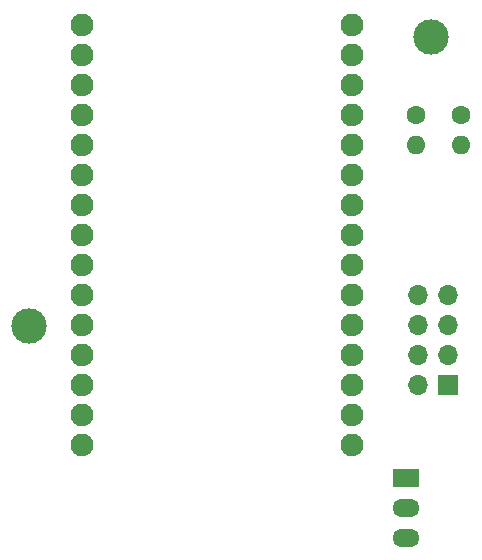
<source format=gts>
G04 #@! TF.GenerationSoftware,KiCad,Pcbnew,(5.1.5-0-10_14)*
G04 #@! TF.CreationDate,2020-03-02T13:53:31+01:00*
G04 #@! TF.ProjectId,ithowifi,6974686f-7769-4666-992e-6b696361645f,rev?*
G04 #@! TF.SameCoordinates,Original*
G04 #@! TF.FileFunction,Soldermask,Top*
G04 #@! TF.FilePolarity,Negative*
%FSLAX46Y46*%
G04 Gerber Fmt 4.6, Leading zero omitted, Abs format (unit mm)*
G04 Created by KiCad (PCBNEW (5.1.5-0-10_14)) date 2020-03-02 13:53:31*
%MOMM*%
%LPD*%
G04 APERTURE LIST*
%ADD10R,1.700000X1.700000*%
%ADD11O,1.700000X1.700000*%
%ADD12C,1.930400*%
%ADD13C,3.000000*%
%ADD14O,2.300000X1.500000*%
%ADD15R,2.300000X1.500000*%
%ADD16O,1.600000X1.600000*%
%ADD17C,1.600000*%
G04 APERTURE END LIST*
D10*
X122047000Y-137795000D03*
D11*
X119507000Y-137795000D03*
X122047000Y-135255000D03*
X119507000Y-135255000D03*
X122047000Y-132715000D03*
X119507000Y-132715000D03*
X122047000Y-130175000D03*
X119507000Y-130175000D03*
D12*
X91059000Y-107315000D03*
X91059000Y-109855000D03*
X91059000Y-112395000D03*
X91059000Y-114935000D03*
X91059000Y-117475000D03*
X91059000Y-120015000D03*
X91059000Y-122555000D03*
X91059000Y-125095000D03*
X91059000Y-127635000D03*
X91059000Y-130175000D03*
X91059000Y-132715000D03*
X91059000Y-135255000D03*
X91059000Y-137795000D03*
X91059000Y-140335000D03*
X91059000Y-142875000D03*
X113919000Y-107315000D03*
X113919000Y-109855000D03*
X113919000Y-112395000D03*
X113919000Y-114935000D03*
X113919000Y-117475000D03*
X113919000Y-120015000D03*
X113919000Y-122555000D03*
X113919000Y-125095000D03*
X113919000Y-127635000D03*
X113919000Y-130175000D03*
X113919000Y-132715000D03*
X113919000Y-135255000D03*
X113919000Y-137795000D03*
X113919000Y-140335000D03*
X113919000Y-142875000D03*
D13*
X120650000Y-108331000D03*
X86614000Y-132842000D03*
D14*
X118491000Y-150749000D03*
X118491000Y-148209000D03*
D15*
X118491000Y-145669000D03*
D16*
X119380000Y-117475000D03*
D17*
X119380000Y-114935000D03*
D16*
X123190000Y-117475000D03*
D17*
X123190000Y-114935000D03*
M02*

</source>
